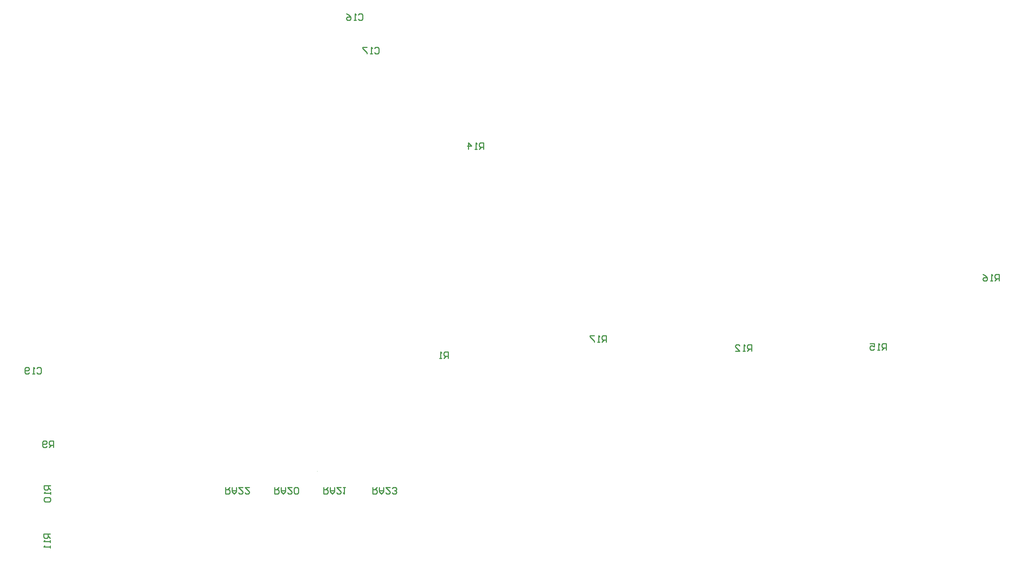
<source format=gbo>
G04 Layer_Color=32896*
%FSLAX44Y44*%
%MOMM*%
G71*
G01*
G75*
%ADD26C,0.2540*%
%ADD56C,0.1000*%
D26*
X6833611Y5876735D02*
Y5861500D01*
X6841229D01*
X6843768Y5864039D01*
Y5869117D01*
X6841229Y5871656D01*
X6833611D01*
X6838690D02*
X6843768Y5876735D01*
X6848846D02*
Y5866578D01*
X6853925Y5861500D01*
X6859003Y5866578D01*
Y5876735D01*
Y5869117D01*
X6848846D01*
X6874238Y5876735D02*
X6864081D01*
X6874238Y5866578D01*
Y5864039D01*
X6871699Y5861500D01*
X6866620D01*
X6864081Y5864039D01*
X6879316D02*
X6881855Y5861500D01*
X6886934D01*
X6889473Y5864039D01*
Y5874196D01*
X6886934Y5876735D01*
X6881855D01*
X6879316Y5874196D01*
Y5864039D01*
X6275643Y6156764D02*
X6278182Y6159303D01*
X6283260D01*
X6285800Y6156764D01*
Y6146607D01*
X6283260Y6144068D01*
X6278182D01*
X6275643Y6146607D01*
X6270565Y6144068D02*
X6265486D01*
X6268026D01*
Y6159303D01*
X6270565Y6156764D01*
X6257869Y6146607D02*
X6255330Y6144068D01*
X6250251D01*
X6247712Y6146607D01*
Y6156764D01*
X6250251Y6159303D01*
X6255330D01*
X6257869Y6156764D01*
Y6154225D01*
X6255330Y6151686D01*
X6247712D01*
X7067961Y6908604D02*
X7070500Y6911143D01*
X7075579D01*
X7078118Y6908604D01*
Y6898447D01*
X7075579Y6895908D01*
X7070500D01*
X7067961Y6898447D01*
X7062883Y6895908D02*
X7057805D01*
X7060344D01*
Y6911143D01*
X7062883Y6908604D01*
X7050187Y6911143D02*
X7040031D01*
Y6908604D01*
X7050187Y6898447D01*
Y6895908D01*
X7029843Y6986696D02*
X7032382Y6989235D01*
X7037461D01*
X7040000Y6986696D01*
Y6976539D01*
X7037461Y6974000D01*
X7032382D01*
X7029843Y6976539D01*
X7024765Y6974000D02*
X7019687D01*
X7022226D01*
Y6989235D01*
X7024765Y6986696D01*
X7001912Y6989235D02*
X7006991Y6986696D01*
X7012069Y6981617D01*
Y6976539D01*
X7009530Y6974000D01*
X7004451D01*
X7001912Y6976539D01*
Y6979078D01*
X7004451Y6981617D01*
X7012069D01*
X7611715Y6217875D02*
Y6233110D01*
X7604097D01*
X7601558Y6230571D01*
Y6225493D01*
X7604097Y6222953D01*
X7611715D01*
X7606637D02*
X7601558Y6217875D01*
X7596480D02*
X7591401D01*
X7593940D01*
Y6233110D01*
X7596480Y6230571D01*
X7583784Y6233110D02*
X7573627D01*
Y6230571D01*
X7583784Y6220414D01*
Y6217875D01*
X7241000Y6180000D02*
Y6195235D01*
X7233383D01*
X7230844Y6192696D01*
Y6187618D01*
X7233383Y6185078D01*
X7241000D01*
X7235922D02*
X7230844Y6180000D01*
X7225765D02*
X7220687D01*
X7223226D01*
Y6195235D01*
X7225765Y6192696D01*
X6307000Y5767500D02*
X6291765D01*
Y5759882D01*
X6294304Y5757343D01*
X6299382D01*
X6301921Y5759882D01*
Y5767500D01*
Y5762422D02*
X6307000Y5757343D01*
Y5752265D02*
Y5747187D01*
Y5749726D01*
X6291765D01*
X6294304Y5752265D01*
X6307000Y5739569D02*
Y5734491D01*
Y5737030D01*
X6291765D01*
X6294304Y5739569D01*
X6308000Y5881000D02*
X6292765D01*
Y5873383D01*
X6295304Y5870844D01*
X6300383D01*
X6302922Y5873383D01*
Y5881000D01*
Y5875922D02*
X6308000Y5870844D01*
Y5865765D02*
Y5860687D01*
Y5863226D01*
X6292765D01*
X6295304Y5865765D01*
Y5853069D02*
X6292765Y5850530D01*
Y5845452D01*
X6295304Y5842913D01*
X6305461D01*
X6308000Y5845452D01*
Y5850530D01*
X6305461Y5853069D01*
X6295304D01*
X6314600Y5970800D02*
Y5986035D01*
X6306982D01*
X6304443Y5983496D01*
Y5978417D01*
X6306982Y5975878D01*
X6314600D01*
X6309521D02*
X6304443Y5970800D01*
X6299365Y5973339D02*
X6296826Y5970800D01*
X6291747D01*
X6289208Y5973339D01*
Y5983496D01*
X6291747Y5986035D01*
X6296826D01*
X6299365Y5983496D01*
Y5980956D01*
X6296826Y5978417D01*
X6289208D01*
X7953184Y6197488D02*
Y6212723D01*
X7945566D01*
X7943027Y6210184D01*
Y6205106D01*
X7945566Y6202567D01*
X7953184D01*
X7948105D02*
X7943027Y6197488D01*
X7937949D02*
X7932870D01*
X7935410D01*
Y6212723D01*
X7937949Y6210184D01*
X7915096Y6197488D02*
X7925253D01*
X7915096Y6207645D01*
Y6210184D01*
X7917635Y6212723D01*
X7922714D01*
X7925253Y6210184D01*
X7323442Y6670862D02*
Y6686097D01*
X7315825D01*
X7313286Y6683558D01*
Y6678480D01*
X7315825Y6675941D01*
X7323442D01*
X7318364D02*
X7313286Y6670862D01*
X7308207D02*
X7303129D01*
X7305668D01*
Y6686097D01*
X7308207Y6683558D01*
X7287894Y6670862D02*
Y6686097D01*
X7295511Y6678480D01*
X7285354D01*
X8268226Y6199374D02*
Y6214609D01*
X8260609D01*
X8258069Y6212070D01*
Y6206992D01*
X8260609Y6204453D01*
X8268226D01*
X8263148D02*
X8258069Y6199374D01*
X8252991D02*
X8247913D01*
X8250452D01*
Y6214609D01*
X8252991Y6212070D01*
X8230139Y6214609D02*
X8240295D01*
Y6206992D01*
X8235217Y6209531D01*
X8232678D01*
X8230139Y6206992D01*
Y6201913D01*
X8232678Y6199374D01*
X8237756D01*
X8240295Y6201913D01*
X8533826Y6362096D02*
Y6377331D01*
X8526208D01*
X8523669Y6374792D01*
Y6369714D01*
X8526208Y6367175D01*
X8533826D01*
X8528748D02*
X8523669Y6362096D01*
X8518591D02*
X8513513D01*
X8516052D01*
Y6377331D01*
X8518591Y6374792D01*
X8495739Y6377331D02*
X8500817Y6374792D01*
X8505895Y6369714D01*
Y6364635D01*
X8503356Y6362096D01*
X8498278D01*
X8495739Y6364635D01*
Y6367175D01*
X8498278Y6369714D01*
X8505895D01*
X6948861Y5876735D02*
Y5861500D01*
X6956478D01*
X6959018Y5864039D01*
Y5869117D01*
X6956478Y5871656D01*
X6948861D01*
X6953939D02*
X6959018Y5876735D01*
X6964096D02*
Y5866578D01*
X6969174Y5861500D01*
X6974253Y5866578D01*
Y5876735D01*
Y5869117D01*
X6964096D01*
X6989488Y5876735D02*
X6979331D01*
X6989488Y5866578D01*
Y5864039D01*
X6986949Y5861500D01*
X6981870D01*
X6979331Y5864039D01*
X6994566Y5876735D02*
X6999645D01*
X6997105D01*
Y5861500D01*
X6994566Y5864039D01*
X6718361Y5876735D02*
Y5861500D01*
X6725978D01*
X6728517Y5864039D01*
Y5869117D01*
X6725978Y5871656D01*
X6718361D01*
X6723439D02*
X6728517Y5876735D01*
X6733596D02*
Y5866578D01*
X6738674Y5861500D01*
X6743753Y5866578D01*
Y5876735D01*
Y5869117D01*
X6733596D01*
X6758988Y5876735D02*
X6748831D01*
X6758988Y5866578D01*
Y5864039D01*
X6756449Y5861500D01*
X6751370D01*
X6748831Y5864039D01*
X6774223Y5876735D02*
X6764066D01*
X6774223Y5866578D01*
Y5864039D01*
X6771684Y5861500D01*
X6766605D01*
X6764066Y5864039D01*
X7063611Y5876735D02*
Y5861500D01*
X7071229D01*
X7073768Y5864039D01*
Y5869117D01*
X7071229Y5871656D01*
X7063611D01*
X7068689D02*
X7073768Y5876735D01*
X7078846D02*
Y5866578D01*
X7083925Y5861500D01*
X7089003Y5866578D01*
Y5876735D01*
Y5869117D01*
X7078846D01*
X7104238Y5876735D02*
X7094081D01*
X7104238Y5866578D01*
Y5864039D01*
X7101699Y5861500D01*
X7096620D01*
X7094081Y5864039D01*
X7109316D02*
X7111855Y5861500D01*
X7116934D01*
X7119473Y5864039D01*
Y5866578D01*
X7116934Y5869117D01*
X7114395D01*
X7116934D01*
X7119473Y5871656D01*
Y5874196D01*
X7116934Y5876735D01*
X7111855D01*
X7109316Y5874196D01*
D56*
X7048621Y5914371D02*
G03*
X7048621Y5914371I-500J0D01*
G01*
X6703372D02*
G03*
X6703372Y5914371I-500J0D01*
G01*
X6933871D02*
G03*
X6933871Y5914371I-500J0D01*
G01*
X6818621D02*
G03*
X6818621Y5914371I-500J0D01*
G01*
M02*

</source>
